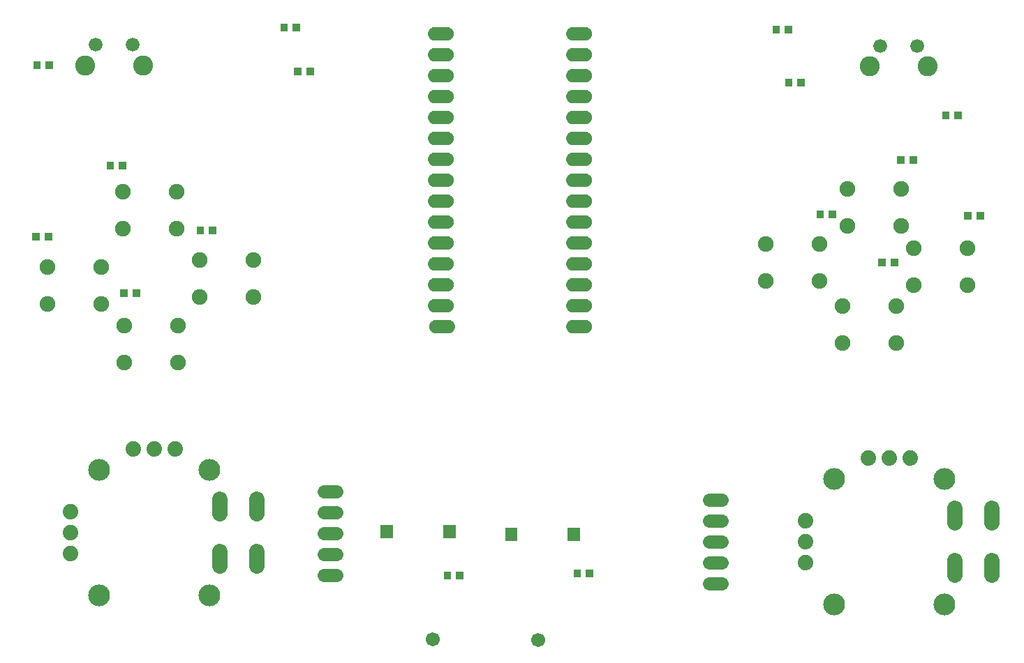
<source format=gts>
G04 Layer: TopSolderMaskLayer*
G04 EasyEDA v6.5.5, 2022-05-16 22:10:27*
G04 b8c07eb695134d75bee5dc6a5e37684e,a4ea12fd96744f7d9b8618c9b4952ea7,10*
G04 Gerber Generator version 0.2*
G04 Scale: 100 percent, Rotated: No, Reflected: No *
G04 Dimensions in millimeters *
G04 leading zeros omitted , absolute positions ,4 integer and 5 decimal *
%FSLAX45Y45*%
%MOMM*%

%ADD26C,1.6256*%
%ADD27C,1.8796*%
%ADD28C,1.9016*%
%ADD30C,2.6416*%
%ADD32C,1.6767*%
%ADD33C,2.4267*%
%ADD34C,1.7016*%

%LPD*%
D26*
X-406400Y-749300D02*
G01*
X-558800Y-749300D01*
X-406400Y-495300D02*
G01*
X-558800Y-495300D01*
X-406400Y-241300D02*
G01*
X-558800Y-241300D01*
X-406400Y12700D02*
G01*
X-558800Y12700D01*
X-406400Y266700D02*
G01*
X-558800Y266700D01*
X4267200Y-850900D02*
G01*
X4114800Y-850900D01*
X4267200Y-596900D02*
G01*
X4114800Y-596900D01*
X4267200Y-342900D02*
G01*
X4114800Y-342900D01*
X4267200Y-88900D02*
G01*
X4114800Y-88900D01*
X4267200Y165100D02*
G01*
X4114800Y165100D01*
D27*
X-1366113Y177800D02*
G01*
X-1366113Y0D01*
X-1366113Y-457200D02*
G01*
X-1366113Y-635000D01*
X-1816100Y177800D02*
G01*
X-1816100Y0D01*
X-1816100Y-457200D02*
G01*
X-1816100Y-635000D01*
X7549286Y63500D02*
G01*
X7549286Y-114300D01*
X7549286Y-571500D02*
G01*
X7549286Y-749300D01*
X7099300Y63500D02*
G01*
X7099300Y-114300D01*
X7099300Y-571500D02*
G01*
X7099300Y-749300D01*
D28*
G01*
X7246620Y2772155D03*
G01*
X7246620Y3222244D03*
G01*
X6596379Y2772155D03*
G01*
X6596379Y3222244D03*
G01*
X6383020Y2073655D03*
G01*
X6383020Y2523744D03*
G01*
X5732779Y2073655D03*
G01*
X5732779Y2523744D03*
G01*
X-2329179Y1832355D03*
G01*
X-2329179Y2282444D03*
G01*
X-2979420Y1832355D03*
G01*
X-2979420Y2282444D03*
G01*
X-3256279Y2543555D03*
G01*
X-3256279Y2993644D03*
G01*
X-3906520Y2543555D03*
G01*
X-3906520Y2993644D03*
G01*
X-1414779Y2632455D03*
G01*
X-1414779Y3082544D03*
G01*
X-2065020Y2632455D03*
G01*
X-2065020Y3082544D03*
G01*
X-2341879Y3457955D03*
G01*
X-2341879Y3908044D03*
G01*
X-2992120Y3457955D03*
G01*
X-2992120Y3908044D03*
G01*
X6446520Y3496055D03*
G01*
X6446520Y3946144D03*
G01*
X5796279Y3496055D03*
G01*
X5796279Y3946144D03*
G01*
X5455920Y2822955D03*
G01*
X5455920Y3273044D03*
G01*
X4805679Y2822955D03*
G01*
X4805679Y3273044D03*
G36*
X889000Y-295910D02*
G01*
X889000Y-135889D01*
X1039368Y-135889D01*
X1039368Y-295910D01*
G37*
G36*
X129031Y-295910D02*
G01*
X129031Y-135889D01*
X279400Y-135889D01*
X279400Y-295910D01*
G37*
G36*
X1640331Y-334010D02*
G01*
X1640331Y-173989D01*
X1790700Y-173989D01*
X1790700Y-334010D01*
G37*
G36*
X2400300Y-334010D02*
G01*
X2400300Y-173989D01*
X2550668Y-173989D01*
X2550668Y-334010D01*
G37*
D27*
G01*
X-3632200Y25400D03*
G01*
X-3632200Y-228600D03*
G01*
X-3632200Y-482600D03*
D30*
G01*
X-1949450Y533400D03*
G01*
X-3282950Y533400D03*
G01*
X-3282950Y-990600D03*
G01*
X-1949450Y-990600D03*
D27*
G01*
X-2362200Y787400D03*
G01*
X-2616200Y787400D03*
G01*
X-2870200Y787400D03*
G01*
X5283200Y-88900D03*
G01*
X5283200Y-342900D03*
G01*
X5283200Y-596900D03*
D30*
G01*
X6965950Y419100D03*
G01*
X5632450Y419100D03*
G01*
X5632450Y-1104900D03*
G01*
X6965950Y-1104900D03*
D27*
G01*
X6553200Y673100D03*
G01*
X6299200Y673100D03*
G01*
X6045200Y673100D03*
G36*
X-935227Y5857239D02*
G01*
X-935227Y5953760D01*
X-844550Y5953760D01*
X-844550Y5857239D01*
G37*
G36*
X-1085850Y5857239D02*
G01*
X-1085850Y5953760D01*
X-995172Y5953760D01*
X-995172Y5857239D01*
G37*
G36*
X-770127Y5323839D02*
G01*
X-770127Y5420360D01*
X-679450Y5420360D01*
X-679450Y5323839D01*
G37*
G36*
X-920750Y5323839D02*
G01*
X-920750Y5420360D01*
X-830072Y5420360D01*
X-830072Y5323839D01*
G37*
G36*
X5033772Y5831839D02*
G01*
X5033772Y5928360D01*
X5124450Y5928360D01*
X5124450Y5831839D01*
G37*
G36*
X4883150Y5831839D02*
G01*
X4883150Y5928360D01*
X4973827Y5928360D01*
X4973827Y5831839D01*
G37*
G36*
X5186172Y5184139D02*
G01*
X5186172Y5280660D01*
X5276850Y5280660D01*
X5276850Y5184139D01*
G37*
G36*
X5035550Y5184139D02*
G01*
X5035550Y5280660D01*
X5126227Y5280660D01*
X5126227Y5184139D01*
G37*
G36*
X2463545Y2192020D02*
G01*
X2453640Y2192781D01*
X2443479Y2194560D01*
X2433827Y2197607D01*
X2424684Y2202179D01*
X2416047Y2207513D01*
X2408174Y2214118D01*
X2401061Y2221484D01*
X2395220Y2229865D01*
X2390140Y2238755D01*
X2386584Y2248154D01*
X2384043Y2258060D01*
X2382774Y2268220D01*
X2382774Y2278379D01*
X2384043Y2288539D01*
X2386584Y2298445D01*
X2390140Y2307844D01*
X2395220Y2316987D01*
X2401061Y2325115D01*
X2408174Y2332481D01*
X2416047Y2339086D01*
X2424684Y2344420D01*
X2433827Y2348992D01*
X2443479Y2352039D01*
X2453640Y2354071D01*
X2463545Y2354579D01*
X2616454Y2354579D01*
X2626359Y2354071D01*
X2636520Y2352039D01*
X2646172Y2348992D01*
X2655315Y2344420D01*
X2663952Y2339086D01*
X2671825Y2332481D01*
X2678938Y2325115D01*
X2684779Y2316987D01*
X2689859Y2307844D01*
X2693415Y2298445D01*
X2695956Y2288539D01*
X2697225Y2278379D01*
X2697225Y2268220D01*
X2695956Y2258060D01*
X2693415Y2248154D01*
X2689859Y2238755D01*
X2684779Y2229865D01*
X2678938Y2221484D01*
X2671825Y2214118D01*
X2663952Y2207513D01*
X2655315Y2202179D01*
X2646172Y2197607D01*
X2636520Y2194560D01*
X2626359Y2192781D01*
X2616454Y2192020D01*
G37*
G36*
X2463545Y2446020D02*
G01*
X2453640Y2446781D01*
X2443479Y2448560D01*
X2433827Y2451607D01*
X2424684Y2456179D01*
X2416047Y2461513D01*
X2408174Y2468118D01*
X2401061Y2475484D01*
X2395220Y2483865D01*
X2390140Y2492755D01*
X2386584Y2502154D01*
X2384043Y2512060D01*
X2382774Y2522220D01*
X2382774Y2532379D01*
X2384043Y2542539D01*
X2386584Y2552445D01*
X2390140Y2561844D01*
X2395220Y2570987D01*
X2401061Y2579115D01*
X2408174Y2586481D01*
X2416047Y2593086D01*
X2424684Y2598420D01*
X2433827Y2602992D01*
X2443479Y2606039D01*
X2453640Y2608071D01*
X2463545Y2608579D01*
X2616454Y2608579D01*
X2626359Y2608071D01*
X2636520Y2606039D01*
X2646172Y2602992D01*
X2655315Y2598420D01*
X2663952Y2593086D01*
X2671825Y2586481D01*
X2678938Y2579115D01*
X2684779Y2570987D01*
X2689859Y2561844D01*
X2693415Y2552445D01*
X2695956Y2542539D01*
X2697225Y2532379D01*
X2697225Y2522220D01*
X2695956Y2512060D01*
X2693415Y2502154D01*
X2689859Y2492755D01*
X2684779Y2483865D01*
X2678938Y2475484D01*
X2671825Y2468118D01*
X2663952Y2461513D01*
X2655315Y2456179D01*
X2646172Y2451607D01*
X2636520Y2448560D01*
X2626359Y2446781D01*
X2616454Y2446020D01*
G37*
G36*
X2463545Y2700020D02*
G01*
X2453640Y2700781D01*
X2443479Y2702560D01*
X2433827Y2705607D01*
X2424684Y2710179D01*
X2416047Y2715513D01*
X2408174Y2722118D01*
X2401061Y2729484D01*
X2395220Y2737865D01*
X2390140Y2746755D01*
X2386584Y2756154D01*
X2384043Y2766060D01*
X2382774Y2776220D01*
X2382774Y2786379D01*
X2384043Y2796539D01*
X2386584Y2806445D01*
X2390140Y2815844D01*
X2395220Y2824987D01*
X2401061Y2833115D01*
X2408174Y2840481D01*
X2416047Y2847086D01*
X2424684Y2852420D01*
X2433827Y2856992D01*
X2443479Y2860039D01*
X2453640Y2862071D01*
X2463545Y2862579D01*
X2616454Y2862579D01*
X2626359Y2862071D01*
X2636520Y2860039D01*
X2646172Y2856992D01*
X2655315Y2852420D01*
X2663952Y2847086D01*
X2671825Y2840481D01*
X2678938Y2833115D01*
X2684779Y2824987D01*
X2689859Y2815844D01*
X2693415Y2806445D01*
X2695956Y2796539D01*
X2697225Y2786379D01*
X2697225Y2776220D01*
X2695956Y2766060D01*
X2693415Y2756154D01*
X2689859Y2746755D01*
X2684779Y2737865D01*
X2678938Y2729484D01*
X2671825Y2722118D01*
X2663952Y2715513D01*
X2655315Y2710179D01*
X2646172Y2705607D01*
X2636520Y2702560D01*
X2626359Y2700781D01*
X2616454Y2700020D01*
G37*
G36*
X2463545Y2954020D02*
G01*
X2453640Y2954781D01*
X2443479Y2956560D01*
X2433827Y2959607D01*
X2424684Y2964179D01*
X2416047Y2969513D01*
X2408174Y2976118D01*
X2401061Y2983484D01*
X2395220Y2991865D01*
X2390140Y3000755D01*
X2386584Y3010154D01*
X2384043Y3020060D01*
X2382774Y3030220D01*
X2382774Y3040379D01*
X2384043Y3050539D01*
X2386584Y3060445D01*
X2390140Y3069844D01*
X2395220Y3078987D01*
X2401061Y3087115D01*
X2408174Y3094481D01*
X2416047Y3101086D01*
X2424684Y3106420D01*
X2433827Y3110992D01*
X2443479Y3114039D01*
X2453640Y3116071D01*
X2463545Y3116579D01*
X2616454Y3116579D01*
X2626359Y3116071D01*
X2636520Y3114039D01*
X2646172Y3110992D01*
X2655315Y3106420D01*
X2663952Y3101086D01*
X2671825Y3094481D01*
X2678938Y3087115D01*
X2684779Y3078987D01*
X2689859Y3069844D01*
X2693415Y3060445D01*
X2695956Y3050539D01*
X2697225Y3040379D01*
X2697225Y3030220D01*
X2695956Y3020060D01*
X2693415Y3010154D01*
X2689859Y3000755D01*
X2684779Y2991865D01*
X2678938Y2983484D01*
X2671825Y2976118D01*
X2663952Y2969513D01*
X2655315Y2964179D01*
X2646172Y2959607D01*
X2636520Y2956560D01*
X2626359Y2954781D01*
X2616454Y2954020D01*
G37*
G36*
X2463545Y3208020D02*
G01*
X2453640Y3208781D01*
X2443479Y3210560D01*
X2433827Y3213607D01*
X2424684Y3218179D01*
X2416047Y3223513D01*
X2408174Y3230118D01*
X2401061Y3237484D01*
X2395220Y3245865D01*
X2390140Y3254755D01*
X2386584Y3264154D01*
X2384043Y3274060D01*
X2382774Y3284220D01*
X2382774Y3294379D01*
X2384043Y3304539D01*
X2386584Y3314445D01*
X2390140Y3323844D01*
X2395220Y3332987D01*
X2401061Y3341115D01*
X2408174Y3348481D01*
X2416047Y3355086D01*
X2424684Y3360420D01*
X2433827Y3364992D01*
X2443479Y3368039D01*
X2453640Y3370071D01*
X2463545Y3370579D01*
X2616454Y3370579D01*
X2626359Y3370071D01*
X2636520Y3368039D01*
X2646172Y3364992D01*
X2655315Y3360420D01*
X2663952Y3355086D01*
X2671825Y3348481D01*
X2678938Y3341115D01*
X2684779Y3332987D01*
X2689859Y3323844D01*
X2693415Y3314445D01*
X2695956Y3304539D01*
X2697225Y3294379D01*
X2697225Y3284220D01*
X2695956Y3274060D01*
X2693415Y3264154D01*
X2689859Y3254755D01*
X2684779Y3245865D01*
X2678938Y3237484D01*
X2671825Y3230118D01*
X2663952Y3223513D01*
X2655315Y3218179D01*
X2646172Y3213607D01*
X2636520Y3210560D01*
X2626359Y3208781D01*
X2616454Y3208020D01*
G37*
G36*
X2463545Y3462020D02*
G01*
X2453640Y3462781D01*
X2443479Y3464560D01*
X2433827Y3467607D01*
X2424684Y3472179D01*
X2416047Y3477513D01*
X2408174Y3484118D01*
X2401061Y3491484D01*
X2395220Y3499865D01*
X2390140Y3508755D01*
X2386584Y3518154D01*
X2384043Y3528060D01*
X2382774Y3538220D01*
X2382774Y3548379D01*
X2384043Y3558539D01*
X2386584Y3568445D01*
X2390140Y3577844D01*
X2395220Y3586987D01*
X2401061Y3595115D01*
X2408174Y3602481D01*
X2416047Y3609086D01*
X2424684Y3614420D01*
X2433827Y3618992D01*
X2443479Y3622039D01*
X2453640Y3624071D01*
X2463545Y3624579D01*
X2616454Y3624579D01*
X2626359Y3624071D01*
X2636520Y3622039D01*
X2646172Y3618992D01*
X2655315Y3614420D01*
X2663952Y3609086D01*
X2671825Y3602481D01*
X2678938Y3595115D01*
X2684779Y3586987D01*
X2689859Y3577844D01*
X2693415Y3568445D01*
X2695956Y3558539D01*
X2697225Y3548379D01*
X2697225Y3538220D01*
X2695956Y3528060D01*
X2693415Y3518154D01*
X2689859Y3508755D01*
X2684779Y3499865D01*
X2678938Y3491484D01*
X2671825Y3484118D01*
X2663952Y3477513D01*
X2655315Y3472179D01*
X2646172Y3467607D01*
X2636520Y3464560D01*
X2626359Y3462781D01*
X2616454Y3462020D01*
G37*
G36*
X2463545Y3970020D02*
G01*
X2453640Y3970781D01*
X2443479Y3972560D01*
X2433827Y3975607D01*
X2424684Y3980179D01*
X2416047Y3985513D01*
X2408174Y3992118D01*
X2401061Y3999484D01*
X2395220Y4007865D01*
X2390140Y4016755D01*
X2386584Y4026154D01*
X2384043Y4036060D01*
X2382774Y4046220D01*
X2382774Y4056379D01*
X2384043Y4066539D01*
X2386584Y4076445D01*
X2390140Y4085844D01*
X2395220Y4094987D01*
X2401061Y4103115D01*
X2408174Y4110481D01*
X2416047Y4117086D01*
X2424684Y4122420D01*
X2433827Y4126992D01*
X2443479Y4130039D01*
X2453640Y4132071D01*
X2463545Y4132579D01*
X2616454Y4132579D01*
X2626359Y4132071D01*
X2636520Y4130039D01*
X2646172Y4126992D01*
X2655315Y4122420D01*
X2663952Y4117086D01*
X2671825Y4110481D01*
X2678938Y4103115D01*
X2684779Y4094987D01*
X2689859Y4085844D01*
X2693415Y4076445D01*
X2695956Y4066539D01*
X2697225Y4056379D01*
X2697225Y4046220D01*
X2695956Y4036060D01*
X2693415Y4026154D01*
X2689859Y4016755D01*
X2684779Y4007865D01*
X2678938Y3999484D01*
X2671825Y3992118D01*
X2663952Y3985513D01*
X2655315Y3980179D01*
X2646172Y3975607D01*
X2636520Y3972560D01*
X2626359Y3970781D01*
X2616454Y3970020D01*
G37*
G36*
X2463545Y4224020D02*
G01*
X2453640Y4224781D01*
X2443479Y4226560D01*
X2433827Y4229607D01*
X2424684Y4234179D01*
X2416047Y4239513D01*
X2408174Y4246118D01*
X2401061Y4253484D01*
X2395220Y4261865D01*
X2390140Y4270755D01*
X2386584Y4280154D01*
X2384043Y4290060D01*
X2382774Y4300220D01*
X2382774Y4310379D01*
X2384043Y4320539D01*
X2386584Y4330445D01*
X2390140Y4339844D01*
X2395220Y4348987D01*
X2401061Y4357115D01*
X2408174Y4364481D01*
X2416047Y4371086D01*
X2424684Y4376420D01*
X2433827Y4380992D01*
X2443479Y4384039D01*
X2453640Y4385818D01*
X2463545Y4386579D01*
X2616454Y4386579D01*
X2626359Y4385818D01*
X2636520Y4384039D01*
X2646172Y4380992D01*
X2655315Y4376420D01*
X2663952Y4371086D01*
X2671825Y4364481D01*
X2678938Y4357115D01*
X2684779Y4348987D01*
X2689859Y4339844D01*
X2693415Y4330445D01*
X2695956Y4320539D01*
X2697225Y4310379D01*
X2697225Y4300220D01*
X2695956Y4290060D01*
X2693415Y4280154D01*
X2689859Y4270755D01*
X2684779Y4261865D01*
X2678938Y4253484D01*
X2671825Y4246118D01*
X2663952Y4239513D01*
X2655315Y4234179D01*
X2646172Y4229607D01*
X2636520Y4226560D01*
X2626359Y4224781D01*
X2616454Y4224020D01*
G37*
G36*
X2463545Y4478020D02*
G01*
X2453640Y4478781D01*
X2443479Y4480560D01*
X2433827Y4483607D01*
X2424684Y4488179D01*
X2416047Y4493513D01*
X2408174Y4500118D01*
X2401061Y4507484D01*
X2395220Y4515865D01*
X2390140Y4524755D01*
X2386584Y4534154D01*
X2384043Y4544060D01*
X2382774Y4554220D01*
X2382774Y4564379D01*
X2384043Y4574539D01*
X2386584Y4584445D01*
X2390140Y4593844D01*
X2395220Y4602987D01*
X2401061Y4611115D01*
X2408174Y4618481D01*
X2416047Y4625086D01*
X2424684Y4630420D01*
X2433827Y4634992D01*
X2443479Y4638039D01*
X2453640Y4639818D01*
X2463545Y4640579D01*
X2616454Y4640579D01*
X2626359Y4639818D01*
X2636520Y4638039D01*
X2646172Y4634992D01*
X2655315Y4630420D01*
X2663952Y4625086D01*
X2671825Y4618481D01*
X2678938Y4611115D01*
X2684779Y4602987D01*
X2689859Y4593844D01*
X2693415Y4584445D01*
X2695956Y4574539D01*
X2697225Y4564379D01*
X2697225Y4554220D01*
X2695956Y4544060D01*
X2693415Y4534154D01*
X2689859Y4524755D01*
X2684779Y4515865D01*
X2678938Y4507484D01*
X2671825Y4500118D01*
X2663952Y4493513D01*
X2655315Y4488179D01*
X2646172Y4483607D01*
X2636520Y4480560D01*
X2626359Y4478781D01*
X2616454Y4478020D01*
G37*
G36*
X2463545Y4732020D02*
G01*
X2453640Y4732781D01*
X2443479Y4734560D01*
X2433827Y4737607D01*
X2424684Y4742179D01*
X2416047Y4747513D01*
X2408174Y4754118D01*
X2401061Y4761484D01*
X2395220Y4769865D01*
X2390140Y4778755D01*
X2386584Y4788154D01*
X2384043Y4798060D01*
X2382774Y4808220D01*
X2382774Y4818379D01*
X2384043Y4828539D01*
X2386584Y4838445D01*
X2390140Y4847844D01*
X2395220Y4856987D01*
X2401061Y4865115D01*
X2408174Y4872481D01*
X2416047Y4879086D01*
X2424684Y4884420D01*
X2433827Y4888992D01*
X2443479Y4892039D01*
X2453640Y4893818D01*
X2463545Y4894579D01*
X2616454Y4894579D01*
X2626359Y4893818D01*
X2636520Y4892039D01*
X2646172Y4888992D01*
X2655315Y4884420D01*
X2663952Y4879086D01*
X2671825Y4872481D01*
X2678938Y4865115D01*
X2684779Y4856987D01*
X2689859Y4847844D01*
X2693415Y4838445D01*
X2695956Y4828539D01*
X2697225Y4818379D01*
X2697225Y4808220D01*
X2695956Y4798060D01*
X2693415Y4788154D01*
X2689859Y4778755D01*
X2684779Y4769865D01*
X2678938Y4761484D01*
X2671825Y4754118D01*
X2663952Y4747513D01*
X2655315Y4742179D01*
X2646172Y4737607D01*
X2636520Y4734560D01*
X2626359Y4732781D01*
X2616454Y4732020D01*
G37*
G36*
X2463545Y4986020D02*
G01*
X2453640Y4986781D01*
X2443479Y4988560D01*
X2433827Y4991607D01*
X2424684Y4996179D01*
X2416047Y5001513D01*
X2408174Y5008118D01*
X2401061Y5015484D01*
X2395220Y5023865D01*
X2390140Y5032755D01*
X2386584Y5042154D01*
X2384043Y5052060D01*
X2382774Y5062220D01*
X2382774Y5072379D01*
X2384043Y5082539D01*
X2386584Y5092445D01*
X2390140Y5101844D01*
X2395220Y5110987D01*
X2401061Y5119115D01*
X2408174Y5126481D01*
X2416047Y5133086D01*
X2424684Y5138420D01*
X2433827Y5142992D01*
X2443479Y5146039D01*
X2453640Y5147818D01*
X2463545Y5148579D01*
X2616454Y5148579D01*
X2626359Y5147818D01*
X2636520Y5146039D01*
X2646172Y5142992D01*
X2655315Y5138420D01*
X2663952Y5133086D01*
X2671825Y5126481D01*
X2678938Y5119115D01*
X2684779Y5110987D01*
X2689859Y5101844D01*
X2693415Y5092445D01*
X2695956Y5082539D01*
X2697225Y5072379D01*
X2697225Y5062220D01*
X2695956Y5052060D01*
X2693415Y5042154D01*
X2689859Y5032755D01*
X2684779Y5023865D01*
X2678938Y5015484D01*
X2671825Y5008118D01*
X2663952Y5001513D01*
X2655315Y4996179D01*
X2646172Y4991607D01*
X2636520Y4988560D01*
X2626359Y4986781D01*
X2616454Y4986020D01*
G37*
G36*
X2463545Y5240020D02*
G01*
X2453640Y5240781D01*
X2443479Y5242560D01*
X2433827Y5245607D01*
X2424684Y5250179D01*
X2416047Y5255513D01*
X2408174Y5262118D01*
X2401061Y5269484D01*
X2395220Y5277865D01*
X2390140Y5286755D01*
X2386584Y5296154D01*
X2384043Y5306060D01*
X2382774Y5316220D01*
X2382774Y5326379D01*
X2384043Y5336539D01*
X2386584Y5346445D01*
X2390140Y5355844D01*
X2395220Y5364987D01*
X2401061Y5373115D01*
X2408174Y5380481D01*
X2416047Y5387086D01*
X2424684Y5392420D01*
X2433827Y5396992D01*
X2443479Y5400039D01*
X2453640Y5401818D01*
X2463545Y5402579D01*
X2616454Y5402579D01*
X2626359Y5401818D01*
X2636520Y5400039D01*
X2646172Y5396992D01*
X2655315Y5392420D01*
X2663952Y5387086D01*
X2671825Y5380481D01*
X2678938Y5373115D01*
X2684779Y5364987D01*
X2689859Y5355844D01*
X2693415Y5346445D01*
X2695956Y5336539D01*
X2697225Y5326379D01*
X2697225Y5316220D01*
X2695956Y5306060D01*
X2693415Y5296154D01*
X2689859Y5286755D01*
X2684779Y5277865D01*
X2678938Y5269484D01*
X2671825Y5262118D01*
X2663952Y5255513D01*
X2655315Y5250179D01*
X2646172Y5245607D01*
X2636520Y5242560D01*
X2626359Y5240781D01*
X2616454Y5240020D01*
G37*
G36*
X2463545Y5494020D02*
G01*
X2453640Y5494781D01*
X2443479Y5496560D01*
X2433827Y5499607D01*
X2424684Y5504179D01*
X2416047Y5509513D01*
X2408174Y5516118D01*
X2401061Y5523484D01*
X2395220Y5531865D01*
X2390140Y5540755D01*
X2386584Y5550154D01*
X2384043Y5560060D01*
X2382774Y5570220D01*
X2382774Y5580379D01*
X2384043Y5590539D01*
X2386584Y5600445D01*
X2390140Y5609844D01*
X2395220Y5618987D01*
X2401061Y5627115D01*
X2408174Y5634481D01*
X2416047Y5641086D01*
X2424684Y5646420D01*
X2433827Y5650992D01*
X2443479Y5654039D01*
X2453640Y5655818D01*
X2463545Y5656579D01*
X2616454Y5656579D01*
X2626359Y5655818D01*
X2636520Y5654039D01*
X2646172Y5650992D01*
X2655315Y5646420D01*
X2663952Y5641086D01*
X2671825Y5634481D01*
X2678938Y5627115D01*
X2684779Y5618987D01*
X2689859Y5609844D01*
X2693415Y5600445D01*
X2695956Y5590539D01*
X2697225Y5580379D01*
X2697225Y5570220D01*
X2695956Y5560060D01*
X2693415Y5550154D01*
X2689859Y5540755D01*
X2684779Y5531865D01*
X2678938Y5523484D01*
X2671825Y5516118D01*
X2663952Y5509513D01*
X2655315Y5504179D01*
X2646172Y5499607D01*
X2636520Y5496560D01*
X2626359Y5494781D01*
X2616454Y5494020D01*
G37*
G36*
X2463545Y5748020D02*
G01*
X2453640Y5748781D01*
X2443479Y5750560D01*
X2433827Y5753607D01*
X2424684Y5758179D01*
X2416047Y5763513D01*
X2408174Y5770118D01*
X2401061Y5777484D01*
X2395220Y5785865D01*
X2390140Y5794755D01*
X2386584Y5804154D01*
X2384043Y5814060D01*
X2382774Y5824220D01*
X2382774Y5834379D01*
X2384043Y5844539D01*
X2386584Y5854445D01*
X2390140Y5863844D01*
X2395220Y5872987D01*
X2401061Y5881115D01*
X2408174Y5888481D01*
X2416047Y5895086D01*
X2424684Y5900420D01*
X2433827Y5904992D01*
X2443479Y5908039D01*
X2453640Y5909818D01*
X2463545Y5910579D01*
X2616454Y5910579D01*
X2626359Y5909818D01*
X2636520Y5908039D01*
X2646172Y5904992D01*
X2655315Y5900420D01*
X2663952Y5895086D01*
X2671825Y5888481D01*
X2678938Y5881115D01*
X2684779Y5872987D01*
X2689859Y5863844D01*
X2693415Y5854445D01*
X2695956Y5844539D01*
X2697225Y5834379D01*
X2697225Y5824220D01*
X2695956Y5814060D01*
X2693415Y5804154D01*
X2689859Y5794755D01*
X2684779Y5785865D01*
X2678938Y5777484D01*
X2671825Y5770118D01*
X2663952Y5763513D01*
X2655315Y5758179D01*
X2646172Y5753607D01*
X2636520Y5750560D01*
X2626359Y5748781D01*
X2616454Y5748020D01*
G37*
G36*
X787145Y5748020D02*
G01*
X777240Y5748781D01*
X767079Y5750560D01*
X757427Y5753607D01*
X748284Y5758179D01*
X739647Y5763513D01*
X731774Y5770118D01*
X724661Y5777484D01*
X718820Y5785865D01*
X713740Y5794755D01*
X710184Y5804154D01*
X707643Y5814060D01*
X706374Y5824220D01*
X706374Y5834379D01*
X707643Y5844539D01*
X710184Y5854445D01*
X713740Y5863844D01*
X718820Y5872987D01*
X724661Y5881115D01*
X731774Y5888481D01*
X739647Y5895086D01*
X748284Y5900420D01*
X757427Y5904992D01*
X767079Y5908039D01*
X777240Y5909818D01*
X787145Y5910579D01*
X940054Y5910579D01*
X949959Y5909818D01*
X960120Y5908039D01*
X969772Y5904992D01*
X978915Y5900420D01*
X987552Y5895086D01*
X995425Y5888481D01*
X1002538Y5881115D01*
X1008379Y5872987D01*
X1013459Y5863844D01*
X1017015Y5854445D01*
X1019556Y5844539D01*
X1020825Y5834379D01*
X1020825Y5824220D01*
X1019556Y5814060D01*
X1017015Y5804154D01*
X1013459Y5794755D01*
X1008379Y5785865D01*
X1002538Y5777484D01*
X995425Y5770118D01*
X987552Y5763513D01*
X978915Y5758179D01*
X969772Y5753607D01*
X960120Y5750560D01*
X949959Y5748781D01*
X940054Y5748020D01*
G37*
G36*
X787145Y5494020D02*
G01*
X777240Y5494781D01*
X767079Y5496560D01*
X757427Y5499607D01*
X748284Y5504179D01*
X739647Y5509513D01*
X731774Y5516118D01*
X724661Y5523484D01*
X718820Y5531865D01*
X713740Y5540755D01*
X710184Y5550154D01*
X707643Y5560060D01*
X706374Y5570220D01*
X706374Y5580379D01*
X707643Y5590539D01*
X710184Y5600445D01*
X713740Y5609844D01*
X718820Y5618987D01*
X724661Y5627115D01*
X731774Y5634481D01*
X739647Y5641086D01*
X748284Y5646420D01*
X757427Y5650992D01*
X767079Y5654039D01*
X777240Y5655818D01*
X787145Y5656579D01*
X940054Y5656579D01*
X949959Y5655818D01*
X960120Y5654039D01*
X969772Y5650992D01*
X978915Y5646420D01*
X987552Y5641086D01*
X995425Y5634481D01*
X1002538Y5627115D01*
X1008379Y5618987D01*
X1013459Y5609844D01*
X1017015Y5600445D01*
X1019556Y5590539D01*
X1020825Y5580379D01*
X1020825Y5570220D01*
X1019556Y5560060D01*
X1017015Y5550154D01*
X1013459Y5540755D01*
X1008379Y5531865D01*
X1002538Y5523484D01*
X995425Y5516118D01*
X987552Y5509513D01*
X978915Y5504179D01*
X969772Y5499607D01*
X960120Y5496560D01*
X949959Y5494781D01*
X940054Y5494020D01*
G37*
G36*
X787145Y5240020D02*
G01*
X777240Y5240781D01*
X767079Y5242560D01*
X757427Y5245607D01*
X748284Y5250179D01*
X739647Y5255513D01*
X731774Y5262118D01*
X724661Y5269484D01*
X718820Y5277865D01*
X713740Y5286755D01*
X710184Y5296154D01*
X707643Y5306060D01*
X706374Y5316220D01*
X706374Y5326379D01*
X707643Y5336539D01*
X710184Y5346445D01*
X713740Y5355844D01*
X718820Y5364987D01*
X724661Y5373115D01*
X731774Y5380481D01*
X739647Y5387086D01*
X748284Y5392420D01*
X757427Y5396992D01*
X767079Y5400039D01*
X777240Y5401818D01*
X787145Y5402579D01*
X940054Y5402579D01*
X949959Y5401818D01*
X960120Y5400039D01*
X969772Y5396992D01*
X978915Y5392420D01*
X987552Y5387086D01*
X995425Y5380481D01*
X1002538Y5373115D01*
X1008379Y5364987D01*
X1013459Y5355844D01*
X1017015Y5346445D01*
X1019556Y5336539D01*
X1020825Y5326379D01*
X1020825Y5316220D01*
X1019556Y5306060D01*
X1017015Y5296154D01*
X1013459Y5286755D01*
X1008379Y5277865D01*
X1002538Y5269484D01*
X995425Y5262118D01*
X987552Y5255513D01*
X978915Y5250179D01*
X969772Y5245607D01*
X960120Y5242560D01*
X949959Y5240781D01*
X940054Y5240020D01*
G37*
G36*
X787145Y4986020D02*
G01*
X777240Y4986781D01*
X767079Y4988560D01*
X757427Y4991607D01*
X748284Y4996179D01*
X739647Y5001513D01*
X731774Y5008118D01*
X724661Y5015484D01*
X718820Y5023865D01*
X713740Y5032755D01*
X710184Y5042154D01*
X707643Y5052060D01*
X706374Y5062220D01*
X706374Y5072379D01*
X707643Y5082539D01*
X710184Y5092445D01*
X713740Y5101844D01*
X718820Y5110987D01*
X724661Y5119115D01*
X731774Y5126481D01*
X739647Y5133086D01*
X748284Y5138420D01*
X757427Y5142992D01*
X767079Y5146039D01*
X777240Y5147818D01*
X787145Y5148579D01*
X940054Y5148579D01*
X949959Y5147818D01*
X960120Y5146039D01*
X969772Y5142992D01*
X978915Y5138420D01*
X987552Y5133086D01*
X995425Y5126481D01*
X1002538Y5119115D01*
X1008379Y5110987D01*
X1013459Y5101844D01*
X1017015Y5092445D01*
X1019556Y5082539D01*
X1020825Y5072379D01*
X1020825Y5062220D01*
X1019556Y5052060D01*
X1017015Y5042154D01*
X1013459Y5032755D01*
X1008379Y5023865D01*
X1002538Y5015484D01*
X995425Y5008118D01*
X987552Y5001513D01*
X978915Y4996179D01*
X969772Y4991607D01*
X960120Y4988560D01*
X949959Y4986781D01*
X940054Y4986020D01*
G37*
G36*
X787145Y4732020D02*
G01*
X777240Y4732781D01*
X767079Y4734560D01*
X757427Y4737607D01*
X748284Y4742179D01*
X739647Y4747513D01*
X731774Y4754118D01*
X724661Y4761484D01*
X718820Y4769865D01*
X713740Y4778755D01*
X710184Y4788154D01*
X707643Y4798060D01*
X706374Y4808220D01*
X706374Y4818379D01*
X707643Y4828539D01*
X710184Y4838445D01*
X713740Y4847844D01*
X718820Y4856987D01*
X724661Y4865115D01*
X731774Y4872481D01*
X739647Y4879086D01*
X748284Y4884420D01*
X757427Y4888992D01*
X767079Y4892039D01*
X777240Y4893818D01*
X787145Y4894579D01*
X940054Y4894579D01*
X949959Y4893818D01*
X960120Y4892039D01*
X969772Y4888992D01*
X978915Y4884420D01*
X987552Y4879086D01*
X995425Y4872481D01*
X1002538Y4865115D01*
X1008379Y4856987D01*
X1013459Y4847844D01*
X1017015Y4838445D01*
X1019556Y4828539D01*
X1020825Y4818379D01*
X1020825Y4808220D01*
X1019556Y4798060D01*
X1017015Y4788154D01*
X1013459Y4778755D01*
X1008379Y4769865D01*
X1002538Y4761484D01*
X995425Y4754118D01*
X987552Y4747513D01*
X978915Y4742179D01*
X969772Y4737607D01*
X960120Y4734560D01*
X949959Y4732781D01*
X940054Y4732020D01*
G37*
G36*
X787145Y4478020D02*
G01*
X777240Y4478781D01*
X767079Y4480560D01*
X757427Y4483607D01*
X748284Y4488179D01*
X739647Y4493513D01*
X731774Y4500118D01*
X724661Y4507484D01*
X718820Y4515865D01*
X713740Y4524755D01*
X710184Y4534154D01*
X707643Y4544060D01*
X706374Y4554220D01*
X706374Y4564379D01*
X707643Y4574539D01*
X710184Y4584445D01*
X713740Y4593844D01*
X718820Y4602987D01*
X724661Y4611115D01*
X731774Y4618481D01*
X739647Y4625086D01*
X748284Y4630420D01*
X757427Y4634992D01*
X767079Y4638039D01*
X777240Y4639818D01*
X787145Y4640579D01*
X940054Y4640579D01*
X949959Y4639818D01*
X960120Y4638039D01*
X969772Y4634992D01*
X978915Y4630420D01*
X987552Y4625086D01*
X995425Y4618481D01*
X1002538Y4611115D01*
X1008379Y4602987D01*
X1013459Y4593844D01*
X1017015Y4584445D01*
X1019556Y4574539D01*
X1020825Y4564379D01*
X1020825Y4554220D01*
X1019556Y4544060D01*
X1017015Y4534154D01*
X1013459Y4524755D01*
X1008379Y4515865D01*
X1002538Y4507484D01*
X995425Y4500118D01*
X987552Y4493513D01*
X978915Y4488179D01*
X969772Y4483607D01*
X960120Y4480560D01*
X949959Y4478781D01*
X940054Y4478020D01*
G37*
G36*
X787145Y4224020D02*
G01*
X777240Y4224781D01*
X767079Y4226560D01*
X757427Y4229607D01*
X748284Y4234179D01*
X739647Y4239513D01*
X731774Y4246118D01*
X724661Y4253484D01*
X718820Y4261865D01*
X713740Y4270755D01*
X710184Y4280154D01*
X707643Y4290060D01*
X706374Y4300220D01*
X706374Y4310379D01*
X707643Y4320539D01*
X710184Y4330445D01*
X713740Y4339844D01*
X718820Y4348987D01*
X724661Y4357115D01*
X731774Y4364481D01*
X739647Y4371086D01*
X748284Y4376420D01*
X757427Y4380992D01*
X767079Y4384039D01*
X777240Y4385818D01*
X787145Y4386579D01*
X940054Y4386579D01*
X949959Y4385818D01*
X960120Y4384039D01*
X969772Y4380992D01*
X978915Y4376420D01*
X987552Y4371086D01*
X995425Y4364481D01*
X1002538Y4357115D01*
X1008379Y4348987D01*
X1013459Y4339844D01*
X1017015Y4330445D01*
X1019556Y4320539D01*
X1020825Y4310379D01*
X1020825Y4300220D01*
X1019556Y4290060D01*
X1017015Y4280154D01*
X1013459Y4270755D01*
X1008379Y4261865D01*
X1002538Y4253484D01*
X995425Y4246118D01*
X987552Y4239513D01*
X978915Y4234179D01*
X969772Y4229607D01*
X960120Y4226560D01*
X949959Y4224781D01*
X940054Y4224020D01*
G37*
G36*
X787145Y3970020D02*
G01*
X777240Y3970781D01*
X767079Y3972560D01*
X757427Y3975607D01*
X748284Y3980179D01*
X739647Y3985513D01*
X731774Y3992118D01*
X724661Y3999484D01*
X718820Y4007865D01*
X713740Y4016755D01*
X710184Y4026154D01*
X707643Y4036060D01*
X706374Y4046220D01*
X706374Y4056379D01*
X707643Y4066539D01*
X710184Y4076445D01*
X713740Y4085844D01*
X718820Y4094987D01*
X724661Y4103115D01*
X731774Y4110481D01*
X739647Y4117086D01*
X748284Y4122420D01*
X757427Y4126992D01*
X767079Y4130039D01*
X777240Y4132071D01*
X787145Y4132579D01*
X940054Y4132579D01*
X949959Y4132071D01*
X960120Y4130039D01*
X969772Y4126992D01*
X978915Y4122420D01*
X987552Y4117086D01*
X995425Y4110481D01*
X1002538Y4103115D01*
X1008379Y4094987D01*
X1013459Y4085844D01*
X1017015Y4076445D01*
X1019556Y4066539D01*
X1020825Y4056379D01*
X1020825Y4046220D01*
X1019556Y4036060D01*
X1017015Y4026154D01*
X1013459Y4016755D01*
X1008379Y4007865D01*
X1002538Y3999484D01*
X995425Y3992118D01*
X987552Y3985513D01*
X978915Y3980179D01*
X969772Y3975607D01*
X960120Y3972560D01*
X949959Y3970781D01*
X940054Y3970020D01*
G37*
G36*
X787145Y3716020D02*
G01*
X777240Y3716781D01*
X767079Y3718560D01*
X757427Y3721607D01*
X748284Y3726179D01*
X739647Y3731513D01*
X731774Y3738118D01*
X724661Y3745484D01*
X718820Y3753865D01*
X713740Y3762755D01*
X710184Y3772154D01*
X707643Y3782060D01*
X706374Y3792220D01*
X706374Y3802379D01*
X707643Y3812539D01*
X710184Y3822445D01*
X713740Y3831844D01*
X718820Y3840987D01*
X724661Y3849115D01*
X731774Y3856481D01*
X739647Y3863086D01*
X748284Y3868420D01*
X757427Y3872992D01*
X767079Y3876039D01*
X777240Y3878071D01*
X787145Y3878579D01*
X940054Y3878579D01*
X949959Y3878071D01*
X960120Y3876039D01*
X969772Y3872992D01*
X978915Y3868420D01*
X987552Y3863086D01*
X995425Y3856481D01*
X1002538Y3849115D01*
X1008379Y3840987D01*
X1013459Y3831844D01*
X1017015Y3822445D01*
X1019556Y3812539D01*
X1020825Y3802379D01*
X1020825Y3792220D01*
X1019556Y3782060D01*
X1017015Y3772154D01*
X1013459Y3762755D01*
X1008379Y3753865D01*
X1002538Y3745484D01*
X995425Y3738118D01*
X987552Y3731513D01*
X978915Y3726179D01*
X969772Y3721607D01*
X960120Y3718560D01*
X949959Y3716781D01*
X940054Y3716020D01*
G37*
G36*
X787145Y3462020D02*
G01*
X777240Y3462781D01*
X767079Y3464560D01*
X757427Y3467607D01*
X748284Y3472179D01*
X739647Y3477513D01*
X731774Y3484118D01*
X724661Y3491484D01*
X718820Y3499865D01*
X713740Y3508755D01*
X710184Y3518154D01*
X707643Y3528060D01*
X706374Y3538220D01*
X706374Y3548379D01*
X707643Y3558539D01*
X710184Y3568445D01*
X713740Y3577844D01*
X718820Y3586987D01*
X724661Y3595115D01*
X731774Y3602481D01*
X739647Y3609086D01*
X748284Y3614420D01*
X757427Y3618992D01*
X767079Y3622039D01*
X777240Y3624071D01*
X787145Y3624579D01*
X940054Y3624579D01*
X949959Y3624071D01*
X960120Y3622039D01*
X969772Y3618992D01*
X978915Y3614420D01*
X987552Y3609086D01*
X995425Y3602481D01*
X1002538Y3595115D01*
X1008379Y3586987D01*
X1013459Y3577844D01*
X1017015Y3568445D01*
X1019556Y3558539D01*
X1020825Y3548379D01*
X1020825Y3538220D01*
X1019556Y3528060D01*
X1017015Y3518154D01*
X1013459Y3508755D01*
X1008379Y3499865D01*
X1002538Y3491484D01*
X995425Y3484118D01*
X987552Y3477513D01*
X978915Y3472179D01*
X969772Y3467607D01*
X960120Y3464560D01*
X949959Y3462781D01*
X940054Y3462020D01*
G37*
G36*
X787145Y3208020D02*
G01*
X777240Y3208781D01*
X767079Y3210560D01*
X757427Y3213607D01*
X748284Y3218179D01*
X739647Y3223513D01*
X731774Y3230118D01*
X724661Y3237484D01*
X718820Y3245865D01*
X713740Y3254755D01*
X710184Y3264154D01*
X707643Y3274060D01*
X706374Y3284220D01*
X706374Y3294379D01*
X707643Y3304539D01*
X710184Y3314445D01*
X713740Y3323844D01*
X718820Y3332987D01*
X724661Y3341115D01*
X731774Y3348481D01*
X739647Y3355086D01*
X748284Y3360420D01*
X757427Y3364992D01*
X767079Y3368039D01*
X777240Y3370071D01*
X787145Y3370579D01*
X940054Y3370579D01*
X949959Y3370071D01*
X960120Y3368039D01*
X969772Y3364992D01*
X978915Y3360420D01*
X987552Y3355086D01*
X995425Y3348481D01*
X1002538Y3341115D01*
X1008379Y3332987D01*
X1013459Y3323844D01*
X1017015Y3314445D01*
X1019556Y3304539D01*
X1020825Y3294379D01*
X1020825Y3284220D01*
X1019556Y3274060D01*
X1017015Y3264154D01*
X1013459Y3254755D01*
X1008379Y3245865D01*
X1002538Y3237484D01*
X995425Y3230118D01*
X987552Y3223513D01*
X978915Y3218179D01*
X969772Y3213607D01*
X960120Y3210560D01*
X949959Y3208781D01*
X940054Y3208020D01*
G37*
G36*
X787145Y2954020D02*
G01*
X777240Y2954781D01*
X767079Y2956560D01*
X757427Y2959607D01*
X748284Y2964179D01*
X739647Y2969513D01*
X731774Y2976118D01*
X724661Y2983484D01*
X718820Y2991865D01*
X713740Y3000755D01*
X710184Y3010154D01*
X707643Y3020060D01*
X706374Y3030220D01*
X706374Y3040379D01*
X707643Y3050539D01*
X710184Y3060445D01*
X713740Y3069844D01*
X718820Y3078987D01*
X724661Y3087115D01*
X731774Y3094481D01*
X739647Y3101086D01*
X748284Y3106420D01*
X757427Y3110992D01*
X767079Y3114039D01*
X777240Y3116071D01*
X787145Y3116579D01*
X940054Y3116579D01*
X949959Y3116071D01*
X960120Y3114039D01*
X969772Y3110992D01*
X978915Y3106420D01*
X987552Y3101086D01*
X995425Y3094481D01*
X1002538Y3087115D01*
X1008379Y3078987D01*
X1013459Y3069844D01*
X1017015Y3060445D01*
X1019556Y3050539D01*
X1020825Y3040379D01*
X1020825Y3030220D01*
X1019556Y3020060D01*
X1017015Y3010154D01*
X1013459Y3000755D01*
X1008379Y2991865D01*
X1002538Y2983484D01*
X995425Y2976118D01*
X987552Y2969513D01*
X978915Y2964179D01*
X969772Y2959607D01*
X960120Y2956560D01*
X949959Y2954781D01*
X940054Y2954020D01*
G37*
G36*
X787145Y2700020D02*
G01*
X777240Y2700781D01*
X767079Y2702560D01*
X757427Y2705607D01*
X748284Y2710179D01*
X739647Y2715513D01*
X731774Y2722118D01*
X724661Y2729484D01*
X718820Y2737865D01*
X713740Y2746755D01*
X710184Y2756154D01*
X707643Y2766060D01*
X706374Y2776220D01*
X706374Y2786379D01*
X707643Y2796539D01*
X710184Y2806445D01*
X713740Y2815844D01*
X718820Y2824987D01*
X724661Y2833115D01*
X731774Y2840481D01*
X739647Y2847086D01*
X748284Y2852420D01*
X757427Y2856992D01*
X767079Y2860039D01*
X777240Y2862071D01*
X787145Y2862579D01*
X940054Y2862579D01*
X949959Y2862071D01*
X960120Y2860039D01*
X969772Y2856992D01*
X978915Y2852420D01*
X987552Y2847086D01*
X995425Y2840481D01*
X1002538Y2833115D01*
X1008379Y2824987D01*
X1013459Y2815844D01*
X1017015Y2806445D01*
X1019556Y2796539D01*
X1020825Y2786379D01*
X1020825Y2776220D01*
X1019556Y2766060D01*
X1017015Y2756154D01*
X1013459Y2746755D01*
X1008379Y2737865D01*
X1002538Y2729484D01*
X995425Y2722118D01*
X987552Y2715513D01*
X978915Y2710179D01*
X969772Y2705607D01*
X960120Y2702560D01*
X949959Y2700781D01*
X940054Y2700020D01*
G37*
G36*
X787145Y2446020D02*
G01*
X777240Y2446781D01*
X767079Y2448560D01*
X757427Y2451607D01*
X748284Y2456179D01*
X739647Y2461513D01*
X731774Y2468118D01*
X724661Y2475484D01*
X718820Y2483865D01*
X713740Y2492755D01*
X710184Y2502154D01*
X707643Y2512060D01*
X706374Y2522220D01*
X706374Y2532379D01*
X707643Y2542539D01*
X710184Y2552445D01*
X713740Y2561844D01*
X718820Y2570987D01*
X724661Y2579115D01*
X731774Y2586481D01*
X739647Y2593086D01*
X748284Y2598420D01*
X757427Y2602992D01*
X767079Y2606039D01*
X777240Y2608071D01*
X787145Y2608579D01*
X940054Y2608579D01*
X949959Y2608071D01*
X960120Y2606039D01*
X969772Y2602992D01*
X978915Y2598420D01*
X987552Y2593086D01*
X995425Y2586481D01*
X1002538Y2579115D01*
X1008379Y2570987D01*
X1013459Y2561844D01*
X1017015Y2552445D01*
X1019556Y2542539D01*
X1020825Y2532379D01*
X1020825Y2522220D01*
X1019556Y2512060D01*
X1017015Y2502154D01*
X1013459Y2492755D01*
X1008379Y2483865D01*
X1002538Y2475484D01*
X995425Y2468118D01*
X987552Y2461513D01*
X978915Y2456179D01*
X969772Y2451607D01*
X960120Y2448560D01*
X949959Y2446781D01*
X940054Y2446020D01*
G37*
G36*
X2463545Y3716020D02*
G01*
X2453640Y3716781D01*
X2443479Y3718560D01*
X2433827Y3721607D01*
X2424684Y3726179D01*
X2416047Y3731513D01*
X2408174Y3738118D01*
X2401061Y3745484D01*
X2395220Y3753865D01*
X2390140Y3762755D01*
X2386584Y3772154D01*
X2384043Y3782060D01*
X2382774Y3792220D01*
X2382774Y3802379D01*
X2384043Y3812539D01*
X2386584Y3822445D01*
X2390140Y3831844D01*
X2395220Y3840987D01*
X2401061Y3849115D01*
X2408174Y3856481D01*
X2416047Y3863086D01*
X2424684Y3868420D01*
X2433827Y3872992D01*
X2443479Y3876039D01*
X2453640Y3878071D01*
X2463545Y3878579D01*
X2616454Y3878579D01*
X2626359Y3878071D01*
X2636520Y3876039D01*
X2646172Y3872992D01*
X2655315Y3868420D01*
X2663952Y3863086D01*
X2671825Y3856481D01*
X2678938Y3849115D01*
X2684779Y3840987D01*
X2689859Y3831844D01*
X2693415Y3822445D01*
X2695956Y3812539D01*
X2697225Y3802379D01*
X2697225Y3792220D01*
X2695956Y3782060D01*
X2693415Y3772154D01*
X2689859Y3762755D01*
X2684779Y3753865D01*
X2678938Y3745484D01*
X2671825Y3738118D01*
X2663952Y3731513D01*
X2655315Y3726179D01*
X2646172Y3721607D01*
X2636520Y3718560D01*
X2626359Y3716781D01*
X2616454Y3716020D01*
G37*
G36*
X799845Y2192020D02*
G01*
X789940Y2192781D01*
X779779Y2194560D01*
X770127Y2197607D01*
X760984Y2202179D01*
X752347Y2207513D01*
X744474Y2214118D01*
X737361Y2221484D01*
X731520Y2229865D01*
X726440Y2238755D01*
X722884Y2248154D01*
X720343Y2258060D01*
X719074Y2268220D01*
X719074Y2278379D01*
X720343Y2288539D01*
X722884Y2298445D01*
X726440Y2307844D01*
X731520Y2316987D01*
X737361Y2325115D01*
X744474Y2332481D01*
X752347Y2339086D01*
X760984Y2344420D01*
X770127Y2348992D01*
X779779Y2352039D01*
X789940Y2354071D01*
X799845Y2354579D01*
X952754Y2354579D01*
X962659Y2354071D01*
X972820Y2352039D01*
X982472Y2348992D01*
X991615Y2344420D01*
X1000252Y2339086D01*
X1008125Y2332481D01*
X1015238Y2325115D01*
X1021079Y2316987D01*
X1026159Y2307844D01*
X1029715Y2298445D01*
X1032256Y2288539D01*
X1033525Y2278379D01*
X1033525Y2268220D01*
X1032256Y2258060D01*
X1029715Y2248154D01*
X1026159Y2238755D01*
X1021079Y2229865D01*
X1015238Y2221484D01*
X1008125Y2214118D01*
X1000252Y2207513D01*
X991615Y2202179D01*
X982472Y2197607D01*
X972820Y2194560D01*
X962659Y2192781D01*
X952754Y2192020D01*
G37*
G36*
X7357872Y3571239D02*
G01*
X7357872Y3667760D01*
X7448550Y3667760D01*
X7448550Y3571239D01*
G37*
G36*
X7207250Y3571239D02*
G01*
X7207250Y3667760D01*
X7297927Y3667760D01*
X7297927Y3571239D01*
G37*
G36*
X6165850Y2999739D02*
G01*
X6165850Y3096260D01*
X6256527Y3096260D01*
X6256527Y2999739D01*
G37*
G36*
X6316472Y2999739D02*
G01*
X6316472Y3096260D01*
X6407150Y3096260D01*
X6407150Y2999739D01*
G37*
G36*
X-3028950Y2631439D02*
G01*
X-3028950Y2727960D01*
X-2938272Y2727960D01*
X-2938272Y2631439D01*
G37*
G36*
X-2878327Y2631439D02*
G01*
X-2878327Y2727960D01*
X-2787650Y2727960D01*
X-2787650Y2631439D01*
G37*
G36*
X-3945128Y3317239D02*
G01*
X-3945128Y3413760D01*
X-3854450Y3413760D01*
X-3854450Y3317239D01*
G37*
G36*
X-4095750Y3317239D02*
G01*
X-4095750Y3413760D01*
X-4005071Y3413760D01*
X-4005071Y3317239D01*
G37*
G36*
X-3932428Y5400039D02*
G01*
X-3932428Y5496560D01*
X-3841750Y5496560D01*
X-3841750Y5400039D01*
G37*
G36*
X-4083050Y5400039D02*
G01*
X-4083050Y5496560D01*
X-3992371Y5496560D01*
X-3992371Y5400039D01*
G37*
G36*
X-2101850Y3393439D02*
G01*
X-2101850Y3489960D01*
X-2011172Y3489960D01*
X-2011172Y3393439D01*
G37*
G36*
X-1951227Y3393439D02*
G01*
X-1951227Y3489960D01*
X-1860550Y3489960D01*
X-1860550Y3393439D01*
G37*
G36*
X7091172Y4790439D02*
G01*
X7091172Y4886960D01*
X7181850Y4886960D01*
X7181850Y4790439D01*
G37*
G36*
X6940550Y4790439D02*
G01*
X6940550Y4886960D01*
X7031227Y4886960D01*
X7031227Y4790439D01*
G37*
G36*
X1045972Y-797560D02*
G01*
X1045972Y-701039D01*
X1136650Y-701039D01*
X1136650Y-797560D01*
G37*
G36*
X895350Y-797560D02*
G01*
X895350Y-701039D01*
X986027Y-701039D01*
X986027Y-797560D01*
G37*
G36*
X2620772Y-772160D02*
G01*
X2620772Y-675639D01*
X2711450Y-675639D01*
X2711450Y-772160D01*
G37*
G36*
X2470150Y-772160D02*
G01*
X2470150Y-675639D01*
X2560827Y-675639D01*
X2560827Y-772160D01*
G37*
G36*
X-3043427Y4180839D02*
G01*
X-3043427Y4277360D01*
X-2952750Y4277360D01*
X-2952750Y4180839D01*
G37*
G36*
X-3194050Y4180839D02*
G01*
X-3194050Y4277360D01*
X-3103372Y4277360D01*
X-3103372Y4180839D01*
G37*
G36*
X6545072Y4244339D02*
G01*
X6545072Y4340860D01*
X6635750Y4340860D01*
X6635750Y4244339D01*
G37*
G36*
X6394450Y4244339D02*
G01*
X6394450Y4340860D01*
X6485127Y4340860D01*
X6485127Y4244339D01*
G37*
G36*
X5567172Y3583939D02*
G01*
X5567172Y3680460D01*
X5657850Y3680460D01*
X5657850Y3583939D01*
G37*
G36*
X5416550Y3583939D02*
G01*
X5416550Y3680460D01*
X5507227Y3680460D01*
X5507227Y3583939D01*
G37*
D32*
G01*
X-2873806Y5693206D03*
G01*
X-3323793Y5693206D03*
D33*
G01*
X-2748813Y5443194D03*
G01*
X-3448786Y5443194D03*
D32*
G01*
X6638493Y5680506D03*
G01*
X6188506Y5680506D03*
D33*
G01*
X6763486Y5430494D03*
G01*
X6063513Y5430494D03*
D34*
G01*
X762000Y-1524000D03*
G01*
X2044700Y-1536700D03*
M02*

</source>
